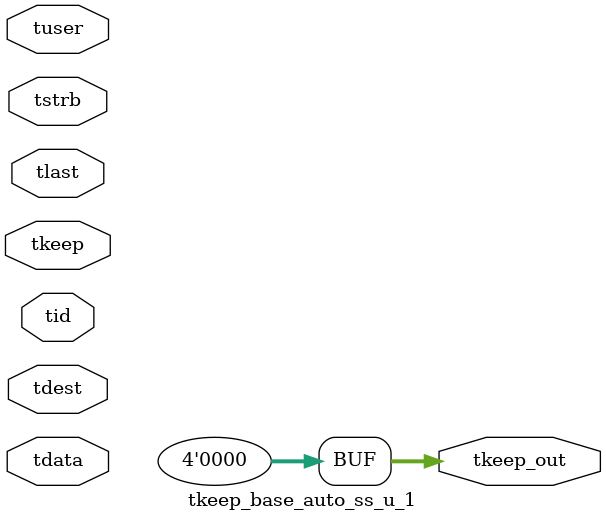
<source format=v>


`timescale 1ps/1ps

module tkeep_base_auto_ss_u_1 #
(
parameter C_S_AXIS_TDATA_WIDTH = 32,
parameter C_S_AXIS_TUSER_WIDTH = 0,
parameter C_S_AXIS_TID_WIDTH   = 0,
parameter C_S_AXIS_TDEST_WIDTH = 0,
parameter C_M_AXIS_TDATA_WIDTH = 32
)
(
input  [(C_S_AXIS_TDATA_WIDTH == 0 ? 1 : C_S_AXIS_TDATA_WIDTH)-1:0     ] tdata,
input  [(C_S_AXIS_TUSER_WIDTH == 0 ? 1 : C_S_AXIS_TUSER_WIDTH)-1:0     ] tuser,
input  [(C_S_AXIS_TID_WIDTH   == 0 ? 1 : C_S_AXIS_TID_WIDTH)-1:0       ] tid,
input  [(C_S_AXIS_TDEST_WIDTH == 0 ? 1 : C_S_AXIS_TDEST_WIDTH)-1:0     ] tdest,
input  [(C_S_AXIS_TDATA_WIDTH/8)-1:0 ] tkeep,
input  [(C_S_AXIS_TDATA_WIDTH/8)-1:0 ] tstrb,
input                                                                    tlast,
output [(C_M_AXIS_TDATA_WIDTH/8)-1:0 ] tkeep_out
);

assign tkeep_out = {1'b0};

endmodule


</source>
